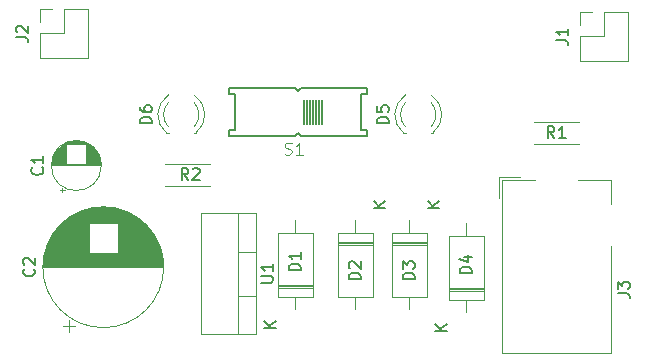
<source format=gto>
%TF.GenerationSoftware,KiCad,Pcbnew,(5.1.8)-1*%
%TF.CreationDate,2021-01-27T01:42:37+07:00*%
%TF.ProjectId,BD_power_supply,42445f70-6f77-4657-925f-737570706c79,1.0*%
%TF.SameCoordinates,Original*%
%TF.FileFunction,Legend,Top*%
%TF.FilePolarity,Positive*%
%FSLAX46Y46*%
G04 Gerber Fmt 4.6, Leading zero omitted, Abs format (unit mm)*
G04 Created by KiCad (PCBNEW (5.1.8)-1) date 2021-01-27 01:42:37*
%MOMM*%
%LPD*%
G01*
G04 APERTURE LIST*
%ADD10C,0.120000*%
%ADD11C,0.127000*%
%ADD12C,0.150000*%
%ADD13C,0.015000*%
G04 APERTURE END LIST*
D10*
%TO.C,U1*%
X135350000Y-100290000D02*
X135350000Y-110530000D01*
X130709000Y-100290000D02*
X130709000Y-110530000D01*
X135350000Y-100290000D02*
X130709000Y-100290000D01*
X135350000Y-110530000D02*
X130709000Y-110530000D01*
X133840000Y-100290000D02*
X133840000Y-110530000D01*
X135350000Y-103560000D02*
X133840000Y-103560000D01*
X135350000Y-107261000D02*
X133840000Y-107261000D01*
%TO.C,R2*%
X127620000Y-96108000D02*
X131460000Y-96108000D01*
X127620000Y-97948000D02*
X131460000Y-97948000D01*
%TO.C,J3*%
X165382000Y-103098000D02*
X165382000Y-112098000D01*
X165382000Y-112098000D02*
X156182000Y-112098000D01*
X156182000Y-112098000D02*
X156182000Y-97498000D01*
X156182000Y-97498000D02*
X158982000Y-97498000D01*
X162582000Y-97498000D02*
X165382000Y-97498000D01*
X165382000Y-97498000D02*
X165382000Y-99498000D01*
X155942000Y-98998000D02*
X155942000Y-97258000D01*
X155942000Y-97258000D02*
X157682000Y-97258000D01*
%TO.C,J2*%
X117050000Y-87134000D02*
X117050000Y-85074000D01*
X117050000Y-87134000D02*
X121170000Y-87134000D01*
X121170000Y-87134000D02*
X121170000Y-83014000D01*
X119110000Y-83014000D02*
X121170000Y-83014000D01*
X119110000Y-85074000D02*
X119110000Y-83014000D01*
X117050000Y-85074000D02*
X119110000Y-85074000D01*
X117050000Y-83014000D02*
X118110000Y-83014000D01*
X117050000Y-84074000D02*
X117050000Y-83014000D01*
%TO.C,J1*%
X162770000Y-87388000D02*
X162770000Y-85328000D01*
X162770000Y-87388000D02*
X166890000Y-87388000D01*
X166890000Y-87388000D02*
X166890000Y-83268000D01*
X164830000Y-83268000D02*
X166890000Y-83268000D01*
X164830000Y-85328000D02*
X164830000Y-83268000D01*
X162770000Y-85328000D02*
X164830000Y-85328000D01*
X162770000Y-83268000D02*
X163830000Y-83268000D01*
X162770000Y-84328000D02*
X162770000Y-83268000D01*
%TO.C,D6*%
X130111837Y-90906870D02*
G75*
G02*
X130112000Y-92988961I-1079837J-1041130D01*
G01*
X127952163Y-90906870D02*
G75*
G03*
X127952000Y-92988961I1079837J-1041130D01*
G01*
X130110608Y-90275665D02*
G75*
G02*
X130267516Y-93508000I-1078608J-1672335D01*
G01*
X127953392Y-90275665D02*
G75*
G03*
X127796484Y-93508000I1078608J-1672335D01*
G01*
X127796000Y-93508000D02*
X127952000Y-93508000D01*
X130112000Y-93508000D02*
X130268000Y-93508000D01*
%TO.C,D5*%
X150177837Y-90906870D02*
G75*
G02*
X150178000Y-92988961I-1079837J-1041130D01*
G01*
X148018163Y-90906870D02*
G75*
G03*
X148018000Y-92988961I1079837J-1041130D01*
G01*
X150176608Y-90275665D02*
G75*
G02*
X150333516Y-93508000I-1078608J-1672335D01*
G01*
X148019392Y-90275665D02*
G75*
G03*
X147862484Y-93508000I1078608J-1672335D01*
G01*
X147862000Y-93508000D02*
X148018000Y-93508000D01*
X150178000Y-93508000D02*
X150334000Y-93508000D01*
%TO.C,D4*%
X151692000Y-107622000D02*
X154632000Y-107622000D01*
X154632000Y-107622000D02*
X154632000Y-102182000D01*
X154632000Y-102182000D02*
X151692000Y-102182000D01*
X151692000Y-102182000D02*
X151692000Y-107622000D01*
X153162000Y-108642000D02*
X153162000Y-107622000D01*
X153162000Y-101162000D02*
X153162000Y-102182000D01*
X151692000Y-106722000D02*
X154632000Y-106722000D01*
X151692000Y-106602000D02*
X154632000Y-106602000D01*
X151692000Y-106842000D02*
X154632000Y-106842000D01*
%TO.C,D3*%
X149806000Y-101928000D02*
X146866000Y-101928000D01*
X146866000Y-101928000D02*
X146866000Y-107368000D01*
X146866000Y-107368000D02*
X149806000Y-107368000D01*
X149806000Y-107368000D02*
X149806000Y-101928000D01*
X148336000Y-100908000D02*
X148336000Y-101928000D01*
X148336000Y-108388000D02*
X148336000Y-107368000D01*
X149806000Y-102828000D02*
X146866000Y-102828000D01*
X149806000Y-102948000D02*
X146866000Y-102948000D01*
X149806000Y-102708000D02*
X146866000Y-102708000D01*
%TO.C,D2*%
X145234000Y-101928000D02*
X142294000Y-101928000D01*
X142294000Y-101928000D02*
X142294000Y-107368000D01*
X142294000Y-107368000D02*
X145234000Y-107368000D01*
X145234000Y-107368000D02*
X145234000Y-101928000D01*
X143764000Y-100908000D02*
X143764000Y-101928000D01*
X143764000Y-108388000D02*
X143764000Y-107368000D01*
X145234000Y-102828000D02*
X142294000Y-102828000D01*
X145234000Y-102948000D02*
X142294000Y-102948000D01*
X145234000Y-102708000D02*
X142294000Y-102708000D01*
%TO.C,D1*%
X137214000Y-107368000D02*
X140154000Y-107368000D01*
X140154000Y-107368000D02*
X140154000Y-101928000D01*
X140154000Y-101928000D02*
X137214000Y-101928000D01*
X137214000Y-101928000D02*
X137214000Y-107368000D01*
X138684000Y-108388000D02*
X138684000Y-107368000D01*
X138684000Y-100908000D02*
X138684000Y-101928000D01*
X137214000Y-106468000D02*
X140154000Y-106468000D01*
X137214000Y-106348000D02*
X140154000Y-106348000D01*
X137214000Y-106588000D02*
X140154000Y-106588000D01*
%TO.C,C1*%
X122262000Y-96250000D02*
G75*
G03*
X122262000Y-96250000I-2120000J0D01*
G01*
X118062000Y-96250000D02*
X122222000Y-96250000D01*
X118062000Y-96210000D02*
X122222000Y-96210000D01*
X118063000Y-96170000D02*
X122221000Y-96170000D01*
X118065000Y-96130000D02*
X122219000Y-96130000D01*
X118068000Y-96090000D02*
X122216000Y-96090000D01*
X118071000Y-96050000D02*
X119302000Y-96050000D01*
X120982000Y-96050000D02*
X122213000Y-96050000D01*
X118075000Y-96010000D02*
X119302000Y-96010000D01*
X120982000Y-96010000D02*
X122209000Y-96010000D01*
X118080000Y-95970000D02*
X119302000Y-95970000D01*
X120982000Y-95970000D02*
X122204000Y-95970000D01*
X118086000Y-95930000D02*
X119302000Y-95930000D01*
X120982000Y-95930000D02*
X122198000Y-95930000D01*
X118092000Y-95890000D02*
X119302000Y-95890000D01*
X120982000Y-95890000D02*
X122192000Y-95890000D01*
X118100000Y-95850000D02*
X119302000Y-95850000D01*
X120982000Y-95850000D02*
X122184000Y-95850000D01*
X118108000Y-95810000D02*
X119302000Y-95810000D01*
X120982000Y-95810000D02*
X122176000Y-95810000D01*
X118117000Y-95770000D02*
X119302000Y-95770000D01*
X120982000Y-95770000D02*
X122167000Y-95770000D01*
X118126000Y-95730000D02*
X119302000Y-95730000D01*
X120982000Y-95730000D02*
X122158000Y-95730000D01*
X118137000Y-95690000D02*
X119302000Y-95690000D01*
X120982000Y-95690000D02*
X122147000Y-95690000D01*
X118148000Y-95650000D02*
X119302000Y-95650000D01*
X120982000Y-95650000D02*
X122136000Y-95650000D01*
X118160000Y-95610000D02*
X119302000Y-95610000D01*
X120982000Y-95610000D02*
X122124000Y-95610000D01*
X118174000Y-95570000D02*
X119302000Y-95570000D01*
X120982000Y-95570000D02*
X122110000Y-95570000D01*
X118188000Y-95529000D02*
X119302000Y-95529000D01*
X120982000Y-95529000D02*
X122096000Y-95529000D01*
X118202000Y-95489000D02*
X119302000Y-95489000D01*
X120982000Y-95489000D02*
X122082000Y-95489000D01*
X118218000Y-95449000D02*
X119302000Y-95449000D01*
X120982000Y-95449000D02*
X122066000Y-95449000D01*
X118235000Y-95409000D02*
X119302000Y-95409000D01*
X120982000Y-95409000D02*
X122049000Y-95409000D01*
X118253000Y-95369000D02*
X119302000Y-95369000D01*
X120982000Y-95369000D02*
X122031000Y-95369000D01*
X118272000Y-95329000D02*
X119302000Y-95329000D01*
X120982000Y-95329000D02*
X122012000Y-95329000D01*
X118291000Y-95289000D02*
X119302000Y-95289000D01*
X120982000Y-95289000D02*
X121993000Y-95289000D01*
X118312000Y-95249000D02*
X119302000Y-95249000D01*
X120982000Y-95249000D02*
X121972000Y-95249000D01*
X118334000Y-95209000D02*
X119302000Y-95209000D01*
X120982000Y-95209000D02*
X121950000Y-95209000D01*
X118357000Y-95169000D02*
X119302000Y-95169000D01*
X120982000Y-95169000D02*
X121927000Y-95169000D01*
X118382000Y-95129000D02*
X119302000Y-95129000D01*
X120982000Y-95129000D02*
X121902000Y-95129000D01*
X118407000Y-95089000D02*
X119302000Y-95089000D01*
X120982000Y-95089000D02*
X121877000Y-95089000D01*
X118434000Y-95049000D02*
X119302000Y-95049000D01*
X120982000Y-95049000D02*
X121850000Y-95049000D01*
X118462000Y-95009000D02*
X119302000Y-95009000D01*
X120982000Y-95009000D02*
X121822000Y-95009000D01*
X118492000Y-94969000D02*
X119302000Y-94969000D01*
X120982000Y-94969000D02*
X121792000Y-94969000D01*
X118523000Y-94929000D02*
X119302000Y-94929000D01*
X120982000Y-94929000D02*
X121761000Y-94929000D01*
X118555000Y-94889000D02*
X119302000Y-94889000D01*
X120982000Y-94889000D02*
X121729000Y-94889000D01*
X118590000Y-94849000D02*
X119302000Y-94849000D01*
X120982000Y-94849000D02*
X121694000Y-94849000D01*
X118626000Y-94809000D02*
X119302000Y-94809000D01*
X120982000Y-94809000D02*
X121658000Y-94809000D01*
X118664000Y-94769000D02*
X119302000Y-94769000D01*
X120982000Y-94769000D02*
X121620000Y-94769000D01*
X118704000Y-94729000D02*
X119302000Y-94729000D01*
X120982000Y-94729000D02*
X121580000Y-94729000D01*
X118746000Y-94689000D02*
X119302000Y-94689000D01*
X120982000Y-94689000D02*
X121538000Y-94689000D01*
X118791000Y-94649000D02*
X119302000Y-94649000D01*
X120982000Y-94649000D02*
X121493000Y-94649000D01*
X118838000Y-94609000D02*
X119302000Y-94609000D01*
X120982000Y-94609000D02*
X121446000Y-94609000D01*
X118888000Y-94569000D02*
X119302000Y-94569000D01*
X120982000Y-94569000D02*
X121396000Y-94569000D01*
X118942000Y-94529000D02*
X119302000Y-94529000D01*
X120982000Y-94529000D02*
X121342000Y-94529000D01*
X119000000Y-94489000D02*
X119302000Y-94489000D01*
X120982000Y-94489000D02*
X121284000Y-94489000D01*
X119062000Y-94449000D02*
X119302000Y-94449000D01*
X120982000Y-94449000D02*
X121222000Y-94449000D01*
X119129000Y-94409000D02*
X121155000Y-94409000D01*
X119202000Y-94369000D02*
X121082000Y-94369000D01*
X119283000Y-94329000D02*
X121001000Y-94329000D01*
X119374000Y-94289000D02*
X120910000Y-94289000D01*
X119478000Y-94249000D02*
X120806000Y-94249000D01*
X119605000Y-94209000D02*
X120679000Y-94209000D01*
X119772000Y-94169000D02*
X120512000Y-94169000D01*
X118947000Y-98519801D02*
X118947000Y-98119801D01*
X118747000Y-98319801D02*
X119147000Y-98319801D01*
D11*
%TO.C,S1*%
X139446000Y-92710000D02*
X139446000Y-90678000D01*
X139700000Y-90678000D02*
X139700000Y-92710000D01*
X139954000Y-92710000D02*
X139954000Y-90678000D01*
X140208000Y-90678000D02*
X140208000Y-92710000D01*
X140462000Y-92710000D02*
X140462000Y-90678000D01*
X140716000Y-90678000D02*
X140716000Y-92710000D01*
X140970000Y-92710000D02*
X140970000Y-90678000D01*
X144780000Y-93218000D02*
X144780000Y-93726000D01*
X144272000Y-93218000D02*
X144780000Y-93218000D01*
X144272000Y-90170000D02*
X144272000Y-93218000D01*
X144780000Y-90170000D02*
X144272000Y-90170000D01*
X144780000Y-89662000D02*
X144780000Y-90170000D01*
X139192000Y-89662000D02*
X144780000Y-89662000D01*
X138938000Y-89916000D02*
X139192000Y-89662000D01*
X138684000Y-89662000D02*
X138938000Y-89916000D01*
X133096000Y-89662000D02*
X138684000Y-89662000D01*
X133096000Y-90170000D02*
X133096000Y-89662000D01*
X133604000Y-90170000D02*
X133096000Y-90170000D01*
X133604000Y-93218000D02*
X133604000Y-90170000D01*
X133096000Y-93218000D02*
X133604000Y-93218000D01*
X133096000Y-93726000D02*
X133096000Y-93218000D01*
X138684000Y-93726000D02*
X133096000Y-93726000D01*
X138938000Y-93472000D02*
X138684000Y-93726000D01*
X139192000Y-93726000D02*
X138938000Y-93472000D01*
X144780000Y-93726000D02*
X139192000Y-93726000D01*
D10*
%TO.C,C2*%
X119053000Y-109841646D02*
X120053000Y-109841646D01*
X119553000Y-110341646D02*
X119553000Y-109341646D01*
X121829000Y-99781000D02*
X123027000Y-99781000D01*
X121566000Y-99821000D02*
X123290000Y-99821000D01*
X121366000Y-99861000D02*
X123490000Y-99861000D01*
X121198000Y-99901000D02*
X123658000Y-99901000D01*
X121050000Y-99941000D02*
X123806000Y-99941000D01*
X120918000Y-99981000D02*
X123938000Y-99981000D01*
X120798000Y-100021000D02*
X124058000Y-100021000D01*
X120686000Y-100061000D02*
X124170000Y-100061000D01*
X120582000Y-100101000D02*
X124274000Y-100101000D01*
X120484000Y-100141000D02*
X124372000Y-100141000D01*
X120391000Y-100181000D02*
X124465000Y-100181000D01*
X120303000Y-100221000D02*
X124553000Y-100221000D01*
X120219000Y-100261000D02*
X124637000Y-100261000D01*
X120139000Y-100301000D02*
X124717000Y-100301000D01*
X120063000Y-100341000D02*
X124793000Y-100341000D01*
X119989000Y-100381000D02*
X124867000Y-100381000D01*
X119918000Y-100421000D02*
X124938000Y-100421000D01*
X119849000Y-100461000D02*
X125007000Y-100461000D01*
X119783000Y-100501000D02*
X125073000Y-100501000D01*
X119719000Y-100541000D02*
X125137000Y-100541000D01*
X119658000Y-100581000D02*
X125198000Y-100581000D01*
X119598000Y-100621000D02*
X125258000Y-100621000D01*
X119539000Y-100661000D02*
X125317000Y-100661000D01*
X119483000Y-100701000D02*
X125373000Y-100701000D01*
X119428000Y-100741000D02*
X125428000Y-100741000D01*
X119374000Y-100781000D02*
X125482000Y-100781000D01*
X119322000Y-100821000D02*
X125534000Y-100821000D01*
X119272000Y-100861000D02*
X125584000Y-100861000D01*
X119222000Y-100901000D02*
X125634000Y-100901000D01*
X119174000Y-100941000D02*
X125682000Y-100941000D01*
X119127000Y-100981000D02*
X125729000Y-100981000D01*
X119081000Y-101021000D02*
X125775000Y-101021000D01*
X119036000Y-101061000D02*
X125820000Y-101061000D01*
X118992000Y-101101000D02*
X125864000Y-101101000D01*
X123669000Y-101141000D02*
X125906000Y-101141000D01*
X118950000Y-101141000D02*
X121187000Y-101141000D01*
X123669000Y-101181000D02*
X125948000Y-101181000D01*
X118908000Y-101181000D02*
X121187000Y-101181000D01*
X123669000Y-101221000D02*
X125989000Y-101221000D01*
X118867000Y-101221000D02*
X121187000Y-101221000D01*
X123669000Y-101261000D02*
X126029000Y-101261000D01*
X118827000Y-101261000D02*
X121187000Y-101261000D01*
X123669000Y-101301000D02*
X126068000Y-101301000D01*
X118788000Y-101301000D02*
X121187000Y-101301000D01*
X123669000Y-101341000D02*
X126107000Y-101341000D01*
X118749000Y-101341000D02*
X121187000Y-101341000D01*
X123669000Y-101381000D02*
X126144000Y-101381000D01*
X118712000Y-101381000D02*
X121187000Y-101381000D01*
X123669000Y-101421000D02*
X126181000Y-101421000D01*
X118675000Y-101421000D02*
X121187000Y-101421000D01*
X123669000Y-101461000D02*
X126217000Y-101461000D01*
X118639000Y-101461000D02*
X121187000Y-101461000D01*
X123669000Y-101501000D02*
X126252000Y-101501000D01*
X118604000Y-101501000D02*
X121187000Y-101501000D01*
X123669000Y-101541000D02*
X126286000Y-101541000D01*
X118570000Y-101541000D02*
X121187000Y-101541000D01*
X123669000Y-101581000D02*
X126320000Y-101581000D01*
X118536000Y-101581000D02*
X121187000Y-101581000D01*
X123669000Y-101621000D02*
X126353000Y-101621000D01*
X118503000Y-101621000D02*
X121187000Y-101621000D01*
X123669000Y-101661000D02*
X126385000Y-101661000D01*
X118471000Y-101661000D02*
X121187000Y-101661000D01*
X123669000Y-101701000D02*
X126417000Y-101701000D01*
X118439000Y-101701000D02*
X121187000Y-101701000D01*
X123669000Y-101741000D02*
X126448000Y-101741000D01*
X118408000Y-101741000D02*
X121187000Y-101741000D01*
X123669000Y-101781000D02*
X126478000Y-101781000D01*
X118378000Y-101781000D02*
X121187000Y-101781000D01*
X123669000Y-101821000D02*
X126508000Y-101821000D01*
X118348000Y-101821000D02*
X121187000Y-101821000D01*
X123669000Y-101861000D02*
X126538000Y-101861000D01*
X118318000Y-101861000D02*
X121187000Y-101861000D01*
X123669000Y-101901000D02*
X126566000Y-101901000D01*
X118290000Y-101901000D02*
X121187000Y-101901000D01*
X123669000Y-101941000D02*
X126594000Y-101941000D01*
X118262000Y-101941000D02*
X121187000Y-101941000D01*
X123669000Y-101981000D02*
X126622000Y-101981000D01*
X118234000Y-101981000D02*
X121187000Y-101981000D01*
X123669000Y-102021000D02*
X126649000Y-102021000D01*
X118207000Y-102021000D02*
X121187000Y-102021000D01*
X123669000Y-102061000D02*
X126675000Y-102061000D01*
X118181000Y-102061000D02*
X121187000Y-102061000D01*
X123669000Y-102101000D02*
X126701000Y-102101000D01*
X118155000Y-102101000D02*
X121187000Y-102101000D01*
X123669000Y-102141000D02*
X126726000Y-102141000D01*
X118130000Y-102141000D02*
X121187000Y-102141000D01*
X123669000Y-102181000D02*
X126751000Y-102181000D01*
X118105000Y-102181000D02*
X121187000Y-102181000D01*
X123669000Y-102221000D02*
X126775000Y-102221000D01*
X118081000Y-102221000D02*
X121187000Y-102221000D01*
X123669000Y-102261000D02*
X126799000Y-102261000D01*
X118057000Y-102261000D02*
X121187000Y-102261000D01*
X123669000Y-102301000D02*
X126823000Y-102301000D01*
X118033000Y-102301000D02*
X121187000Y-102301000D01*
X123669000Y-102341000D02*
X126845000Y-102341000D01*
X118011000Y-102341000D02*
X121187000Y-102341000D01*
X123669000Y-102381000D02*
X126868000Y-102381000D01*
X117988000Y-102381000D02*
X121187000Y-102381000D01*
X123669000Y-102421000D02*
X126890000Y-102421000D01*
X117966000Y-102421000D02*
X121187000Y-102421000D01*
X123669000Y-102461000D02*
X126911000Y-102461000D01*
X117945000Y-102461000D02*
X121187000Y-102461000D01*
X123669000Y-102501000D02*
X126932000Y-102501000D01*
X117924000Y-102501000D02*
X121187000Y-102501000D01*
X123669000Y-102541000D02*
X126953000Y-102541000D01*
X117903000Y-102541000D02*
X121187000Y-102541000D01*
X123669000Y-102581000D02*
X126973000Y-102581000D01*
X117883000Y-102581000D02*
X121187000Y-102581000D01*
X123669000Y-102621000D02*
X126992000Y-102621000D01*
X117864000Y-102621000D02*
X121187000Y-102621000D01*
X123669000Y-102661000D02*
X127012000Y-102661000D01*
X117844000Y-102661000D02*
X121187000Y-102661000D01*
X123669000Y-102701000D02*
X127031000Y-102701000D01*
X117825000Y-102701000D02*
X121187000Y-102701000D01*
X123669000Y-102741000D02*
X127049000Y-102741000D01*
X117807000Y-102741000D02*
X121187000Y-102741000D01*
X123669000Y-102781000D02*
X127067000Y-102781000D01*
X117789000Y-102781000D02*
X121187000Y-102781000D01*
X123669000Y-102821000D02*
X127085000Y-102821000D01*
X117771000Y-102821000D02*
X121187000Y-102821000D01*
X123669000Y-102861000D02*
X127102000Y-102861000D01*
X117754000Y-102861000D02*
X121187000Y-102861000D01*
X123669000Y-102901000D02*
X127118000Y-102901000D01*
X117738000Y-102901000D02*
X121187000Y-102901000D01*
X123669000Y-102941000D02*
X127135000Y-102941000D01*
X117721000Y-102941000D02*
X121187000Y-102941000D01*
X123669000Y-102981000D02*
X127151000Y-102981000D01*
X117705000Y-102981000D02*
X121187000Y-102981000D01*
X123669000Y-103021000D02*
X127166000Y-103021000D01*
X117690000Y-103021000D02*
X121187000Y-103021000D01*
X123669000Y-103061000D02*
X127182000Y-103061000D01*
X117674000Y-103061000D02*
X121187000Y-103061000D01*
X123669000Y-103101000D02*
X127196000Y-103101000D01*
X117660000Y-103101000D02*
X121187000Y-103101000D01*
X123669000Y-103141000D02*
X127211000Y-103141000D01*
X117645000Y-103141000D02*
X121187000Y-103141000D01*
X123669000Y-103181000D02*
X127225000Y-103181000D01*
X117631000Y-103181000D02*
X121187000Y-103181000D01*
X123669000Y-103221000D02*
X127239000Y-103221000D01*
X117617000Y-103221000D02*
X121187000Y-103221000D01*
X123669000Y-103261000D02*
X127252000Y-103261000D01*
X117604000Y-103261000D02*
X121187000Y-103261000D01*
X123669000Y-103301000D02*
X127265000Y-103301000D01*
X117591000Y-103301000D02*
X121187000Y-103301000D01*
X123669000Y-103341000D02*
X127278000Y-103341000D01*
X117578000Y-103341000D02*
X121187000Y-103341000D01*
X123669000Y-103381000D02*
X127290000Y-103381000D01*
X117566000Y-103381000D02*
X121187000Y-103381000D01*
X123669000Y-103421000D02*
X127302000Y-103421000D01*
X117554000Y-103421000D02*
X121187000Y-103421000D01*
X123669000Y-103461000D02*
X127313000Y-103461000D01*
X117543000Y-103461000D02*
X121187000Y-103461000D01*
X123669000Y-103501000D02*
X127325000Y-103501000D01*
X117531000Y-103501000D02*
X121187000Y-103501000D01*
X123669000Y-103541000D02*
X127335000Y-103541000D01*
X117521000Y-103541000D02*
X121187000Y-103541000D01*
X123669000Y-103581000D02*
X127346000Y-103581000D01*
X117510000Y-103581000D02*
X121187000Y-103581000D01*
X117500000Y-103621000D02*
X127356000Y-103621000D01*
X117490000Y-103661000D02*
X127366000Y-103661000D01*
X117481000Y-103701000D02*
X127375000Y-103701000D01*
X117472000Y-103741000D02*
X127384000Y-103741000D01*
X117463000Y-103781000D02*
X127393000Y-103781000D01*
X117454000Y-103821000D02*
X127402000Y-103821000D01*
X117446000Y-103861000D02*
X127410000Y-103861000D01*
X117438000Y-103901000D02*
X127418000Y-103901000D01*
X117431000Y-103941000D02*
X127425000Y-103941000D01*
X117424000Y-103981000D02*
X127432000Y-103981000D01*
X117417000Y-104021000D02*
X127439000Y-104021000D01*
X117410000Y-104061000D02*
X127446000Y-104061000D01*
X117404000Y-104101000D02*
X127452000Y-104101000D01*
X117398000Y-104141000D02*
X127458000Y-104141000D01*
X117393000Y-104182000D02*
X127463000Y-104182000D01*
X117388000Y-104222000D02*
X127468000Y-104222000D01*
X117383000Y-104262000D02*
X127473000Y-104262000D01*
X117378000Y-104302000D02*
X127478000Y-104302000D01*
X117374000Y-104342000D02*
X127482000Y-104342000D01*
X117370000Y-104382000D02*
X127486000Y-104382000D01*
X117366000Y-104422000D02*
X127490000Y-104422000D01*
X117363000Y-104462000D02*
X127493000Y-104462000D01*
X117360000Y-104502000D02*
X127496000Y-104502000D01*
X117358000Y-104542000D02*
X127498000Y-104542000D01*
X117355000Y-104582000D02*
X127501000Y-104582000D01*
X117353000Y-104622000D02*
X127503000Y-104622000D01*
X117351000Y-104662000D02*
X127505000Y-104662000D01*
X117350000Y-104702000D02*
X127506000Y-104702000D01*
X117349000Y-104742000D02*
X127507000Y-104742000D01*
X117348000Y-104782000D02*
X127508000Y-104782000D01*
X117348000Y-104822000D02*
X127508000Y-104822000D01*
X117348000Y-104862000D02*
X127508000Y-104862000D01*
X127548000Y-104862000D02*
G75*
G03*
X127548000Y-104862000I-5120000J0D01*
G01*
%TO.C,R1*%
X162702000Y-92552000D02*
X158862000Y-92552000D01*
X162702000Y-94392000D02*
X158862000Y-94392000D01*
%TO.C,U1*%
D12*
X135802380Y-106171904D02*
X136611904Y-106171904D01*
X136707142Y-106124285D01*
X136754761Y-106076666D01*
X136802380Y-105981428D01*
X136802380Y-105790952D01*
X136754761Y-105695714D01*
X136707142Y-105648095D01*
X136611904Y-105600476D01*
X135802380Y-105600476D01*
X136802380Y-104600476D02*
X136802380Y-105171904D01*
X136802380Y-104886190D02*
X135802380Y-104886190D01*
X135945238Y-104981428D01*
X136040476Y-105076666D01*
X136088095Y-105171904D01*
%TO.C,R2*%
X129627333Y-97480380D02*
X129294000Y-97004190D01*
X129055904Y-97480380D02*
X129055904Y-96480380D01*
X129436857Y-96480380D01*
X129532095Y-96528000D01*
X129579714Y-96575619D01*
X129627333Y-96670857D01*
X129627333Y-96813714D01*
X129579714Y-96908952D01*
X129532095Y-96956571D01*
X129436857Y-97004190D01*
X129055904Y-97004190D01*
X130008285Y-96575619D02*
X130055904Y-96528000D01*
X130151142Y-96480380D01*
X130389238Y-96480380D01*
X130484476Y-96528000D01*
X130532095Y-96575619D01*
X130579714Y-96670857D01*
X130579714Y-96766095D01*
X130532095Y-96908952D01*
X129960666Y-97480380D01*
X130579714Y-97480380D01*
%TO.C,J3*%
X165984380Y-107081333D02*
X166698666Y-107081333D01*
X166841523Y-107128952D01*
X166936761Y-107224190D01*
X166984380Y-107367047D01*
X166984380Y-107462285D01*
X165984380Y-106700380D02*
X165984380Y-106081333D01*
X166365333Y-106414666D01*
X166365333Y-106271809D01*
X166412952Y-106176571D01*
X166460571Y-106128952D01*
X166555809Y-106081333D01*
X166793904Y-106081333D01*
X166889142Y-106128952D01*
X166936761Y-106176571D01*
X166984380Y-106271809D01*
X166984380Y-106557523D01*
X166936761Y-106652761D01*
X166889142Y-106700380D01*
%TO.C,J2*%
X115062380Y-85407333D02*
X115776666Y-85407333D01*
X115919523Y-85454952D01*
X116014761Y-85550190D01*
X116062380Y-85693047D01*
X116062380Y-85788285D01*
X115157619Y-84978761D02*
X115110000Y-84931142D01*
X115062380Y-84835904D01*
X115062380Y-84597809D01*
X115110000Y-84502571D01*
X115157619Y-84454952D01*
X115252857Y-84407333D01*
X115348095Y-84407333D01*
X115490952Y-84454952D01*
X116062380Y-85026380D01*
X116062380Y-84407333D01*
%TO.C,J1*%
X160782380Y-85661333D02*
X161496666Y-85661333D01*
X161639523Y-85708952D01*
X161734761Y-85804190D01*
X161782380Y-85947047D01*
X161782380Y-86042285D01*
X161782380Y-84661333D02*
X161782380Y-85232761D01*
X161782380Y-84947047D02*
X160782380Y-84947047D01*
X160925238Y-85042285D01*
X161020476Y-85137523D01*
X161068095Y-85232761D01*
%TO.C,D6*%
X126524380Y-92686095D02*
X125524380Y-92686095D01*
X125524380Y-92448000D01*
X125572000Y-92305142D01*
X125667238Y-92209904D01*
X125762476Y-92162285D01*
X125952952Y-92114666D01*
X126095809Y-92114666D01*
X126286285Y-92162285D01*
X126381523Y-92209904D01*
X126476761Y-92305142D01*
X126524380Y-92448000D01*
X126524380Y-92686095D01*
X125524380Y-91257523D02*
X125524380Y-91448000D01*
X125572000Y-91543238D01*
X125619619Y-91590857D01*
X125762476Y-91686095D01*
X125952952Y-91733714D01*
X126333904Y-91733714D01*
X126429142Y-91686095D01*
X126476761Y-91638476D01*
X126524380Y-91543238D01*
X126524380Y-91352761D01*
X126476761Y-91257523D01*
X126429142Y-91209904D01*
X126333904Y-91162285D01*
X126095809Y-91162285D01*
X126000571Y-91209904D01*
X125952952Y-91257523D01*
X125905333Y-91352761D01*
X125905333Y-91543238D01*
X125952952Y-91638476D01*
X126000571Y-91686095D01*
X126095809Y-91733714D01*
%TO.C,D5*%
X146590380Y-92686095D02*
X145590380Y-92686095D01*
X145590380Y-92448000D01*
X145638000Y-92305142D01*
X145733238Y-92209904D01*
X145828476Y-92162285D01*
X146018952Y-92114666D01*
X146161809Y-92114666D01*
X146352285Y-92162285D01*
X146447523Y-92209904D01*
X146542761Y-92305142D01*
X146590380Y-92448000D01*
X146590380Y-92686095D01*
X145590380Y-91209904D02*
X145590380Y-91686095D01*
X146066571Y-91733714D01*
X146018952Y-91686095D01*
X145971333Y-91590857D01*
X145971333Y-91352761D01*
X146018952Y-91257523D01*
X146066571Y-91209904D01*
X146161809Y-91162285D01*
X146399904Y-91162285D01*
X146495142Y-91209904D01*
X146542761Y-91257523D01*
X146590380Y-91352761D01*
X146590380Y-91590857D01*
X146542761Y-91686095D01*
X146495142Y-91733714D01*
%TO.C,D4*%
X153614380Y-105386095D02*
X152614380Y-105386095D01*
X152614380Y-105148000D01*
X152662000Y-105005142D01*
X152757238Y-104909904D01*
X152852476Y-104862285D01*
X153042952Y-104814666D01*
X153185809Y-104814666D01*
X153376285Y-104862285D01*
X153471523Y-104909904D01*
X153566761Y-105005142D01*
X153614380Y-105148000D01*
X153614380Y-105386095D01*
X152947714Y-103957523D02*
X153614380Y-103957523D01*
X152566761Y-104195619D02*
X153281047Y-104433714D01*
X153281047Y-103814666D01*
X151514380Y-110243904D02*
X150514380Y-110243904D01*
X151514380Y-109672476D02*
X150942952Y-110101047D01*
X150514380Y-109672476D02*
X151085809Y-110243904D01*
%TO.C,D3*%
X148788380Y-105894095D02*
X147788380Y-105894095D01*
X147788380Y-105656000D01*
X147836000Y-105513142D01*
X147931238Y-105417904D01*
X148026476Y-105370285D01*
X148216952Y-105322666D01*
X148359809Y-105322666D01*
X148550285Y-105370285D01*
X148645523Y-105417904D01*
X148740761Y-105513142D01*
X148788380Y-105656000D01*
X148788380Y-105894095D01*
X147788380Y-104989333D02*
X147788380Y-104370285D01*
X148169333Y-104703619D01*
X148169333Y-104560761D01*
X148216952Y-104465523D01*
X148264571Y-104417904D01*
X148359809Y-104370285D01*
X148597904Y-104370285D01*
X148693142Y-104417904D01*
X148740761Y-104465523D01*
X148788380Y-104560761D01*
X148788380Y-104846476D01*
X148740761Y-104941714D01*
X148693142Y-104989333D01*
X150888380Y-99829904D02*
X149888380Y-99829904D01*
X150888380Y-99258476D02*
X150316952Y-99687047D01*
X149888380Y-99258476D02*
X150459809Y-99829904D01*
%TO.C,D2*%
X144216380Y-105894095D02*
X143216380Y-105894095D01*
X143216380Y-105656000D01*
X143264000Y-105513142D01*
X143359238Y-105417904D01*
X143454476Y-105370285D01*
X143644952Y-105322666D01*
X143787809Y-105322666D01*
X143978285Y-105370285D01*
X144073523Y-105417904D01*
X144168761Y-105513142D01*
X144216380Y-105656000D01*
X144216380Y-105894095D01*
X143311619Y-104941714D02*
X143264000Y-104894095D01*
X143216380Y-104798857D01*
X143216380Y-104560761D01*
X143264000Y-104465523D01*
X143311619Y-104417904D01*
X143406857Y-104370285D01*
X143502095Y-104370285D01*
X143644952Y-104417904D01*
X144216380Y-104989333D01*
X144216380Y-104370285D01*
X146316380Y-99829904D02*
X145316380Y-99829904D01*
X146316380Y-99258476D02*
X145744952Y-99687047D01*
X145316380Y-99258476D02*
X145887809Y-99829904D01*
%TO.C,D1*%
X139136380Y-105132095D02*
X138136380Y-105132095D01*
X138136380Y-104894000D01*
X138184000Y-104751142D01*
X138279238Y-104655904D01*
X138374476Y-104608285D01*
X138564952Y-104560666D01*
X138707809Y-104560666D01*
X138898285Y-104608285D01*
X138993523Y-104655904D01*
X139088761Y-104751142D01*
X139136380Y-104894000D01*
X139136380Y-105132095D01*
X139136380Y-103608285D02*
X139136380Y-104179714D01*
X139136380Y-103894000D02*
X138136380Y-103894000D01*
X138279238Y-103989238D01*
X138374476Y-104084476D01*
X138422095Y-104179714D01*
X137036380Y-109989904D02*
X136036380Y-109989904D01*
X137036380Y-109418476D02*
X136464952Y-109847047D01*
X136036380Y-109418476D02*
X136607809Y-109989904D01*
%TO.C,C1*%
X117249142Y-96416666D02*
X117296761Y-96464285D01*
X117344380Y-96607142D01*
X117344380Y-96702380D01*
X117296761Y-96845238D01*
X117201523Y-96940476D01*
X117106285Y-96988095D01*
X116915809Y-97035714D01*
X116772952Y-97035714D01*
X116582476Y-96988095D01*
X116487238Y-96940476D01*
X116392000Y-96845238D01*
X116344380Y-96702380D01*
X116344380Y-96607142D01*
X116392000Y-96464285D01*
X116439619Y-96416666D01*
X117344380Y-95464285D02*
X117344380Y-96035714D01*
X117344380Y-95750000D02*
X116344380Y-95750000D01*
X116487238Y-95845238D01*
X116582476Y-95940476D01*
X116630095Y-96035714D01*
%TO.C,S1*%
D13*
X137795095Y-95273761D02*
X137937952Y-95321380D01*
X138176047Y-95321380D01*
X138271285Y-95273761D01*
X138318904Y-95226142D01*
X138366523Y-95130904D01*
X138366523Y-95035666D01*
X138318904Y-94940428D01*
X138271285Y-94892809D01*
X138176047Y-94845190D01*
X137985571Y-94797571D01*
X137890333Y-94749952D01*
X137842714Y-94702333D01*
X137795095Y-94607095D01*
X137795095Y-94511857D01*
X137842714Y-94416619D01*
X137890333Y-94369000D01*
X137985571Y-94321380D01*
X138223666Y-94321380D01*
X138366523Y-94369000D01*
X139318904Y-95321380D02*
X138747476Y-95321380D01*
X139033190Y-95321380D02*
X139033190Y-94321380D01*
X138937952Y-94464238D01*
X138842714Y-94559476D01*
X138747476Y-94607095D01*
%TO.C,C2*%
D12*
X116535142Y-105028666D02*
X116582761Y-105076285D01*
X116630380Y-105219142D01*
X116630380Y-105314380D01*
X116582761Y-105457238D01*
X116487523Y-105552476D01*
X116392285Y-105600095D01*
X116201809Y-105647714D01*
X116058952Y-105647714D01*
X115868476Y-105600095D01*
X115773238Y-105552476D01*
X115678000Y-105457238D01*
X115630380Y-105314380D01*
X115630380Y-105219142D01*
X115678000Y-105076285D01*
X115725619Y-105028666D01*
X115725619Y-104647714D02*
X115678000Y-104600095D01*
X115630380Y-104504857D01*
X115630380Y-104266761D01*
X115678000Y-104171523D01*
X115725619Y-104123904D01*
X115820857Y-104076285D01*
X115916095Y-104076285D01*
X116058952Y-104123904D01*
X116630380Y-104695333D01*
X116630380Y-104076285D01*
%TO.C,R1*%
X160615333Y-93924380D02*
X160282000Y-93448190D01*
X160043904Y-93924380D02*
X160043904Y-92924380D01*
X160424857Y-92924380D01*
X160520095Y-92972000D01*
X160567714Y-93019619D01*
X160615333Y-93114857D01*
X160615333Y-93257714D01*
X160567714Y-93352952D01*
X160520095Y-93400571D01*
X160424857Y-93448190D01*
X160043904Y-93448190D01*
X161567714Y-93924380D02*
X160996285Y-93924380D01*
X161282000Y-93924380D02*
X161282000Y-92924380D01*
X161186761Y-93067238D01*
X161091523Y-93162476D01*
X160996285Y-93210095D01*
%TD*%
M02*

</source>
